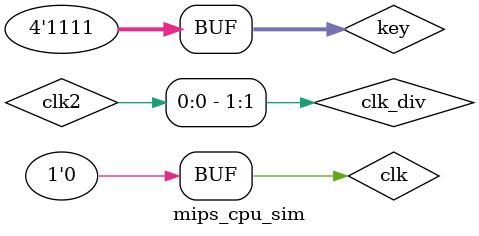
<source format=v>
module mips_cpu_sim ();

reg clk;
reg [3:0] key;

// generate clock
always begin  // no sensitivity list, so it always executes
	clk = 1'b1; #5; clk = 1'b0; #5;
end

// initial reset
initial begin
	key = 4'b1110; #54; key = 4'b1111;
end

wire [6:0] h0, h1, h2, h3, h4, h5, h6, h7;
wire [7:0] r, g, b;
wire vsy, vbl, vcl, vhs, vvs;

mips_cpu_inst_for_sim dut (clk, key, 18'h0, h0, h1, h2, h3, h4, h5, h6, h7,
		r, g, b, vsy, vbl, vcl, vhs, vvs);


wire clk2;
reg [1:0] clk_div;

assign clk2 = clk_div[1];

always @(posedge clk) begin
	// Divide 50 MHz clock by 2.
	if (!(key[0])) clk_div <= 2'b0;
	else clk_div <= clk_div + 2'b1;
end
/*
always @(posedge clk2) begin
	#9; $stop;
end
*/
endmodule
</source>
